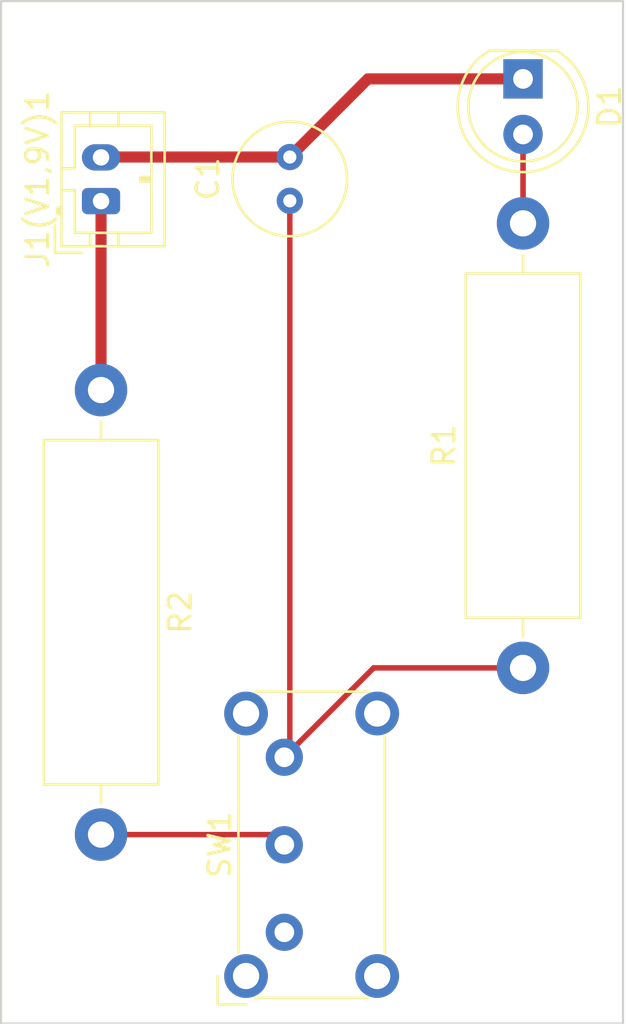
<source format=kicad_pcb>
(kicad_pcb (version 20211014) (generator pcbnew)
  (layers (0 "F.Cu" signal) (31 "B.Cu" signal) (34 "B.Paste" user) (35 "F.Paste" user) (36 "B.SilkS" user "B.Silkscreen") (37 "F.SilkS" user "F.Silkscreen") (38 "B.Mask" user) (39 "F.Mask" user) (44 "Edge.Cuts" user))
  (net 0 "")
  (net 1 "Net-(C1-Pad1)")
  (net 2 "Net-(C1-Pad2)")
  (net 3 "Net-(J1(V1,9V)1-Pad1)")
  (net 4 "Net-(R2-Pad2)")
  (net 6 "Net-(R1-Pad2)")
  (footprint "Resistor_THT:R_Axial_DIN0516_L15.5mm_D5.0mm_P20.32mm_Horizontal" (layer "F.Cu") (at 77.216 51.816 -90)
    (fp_text reference "R2" (at 10.16 -3.62 90) (layer "F.SilkS"))
    (fp_text value "2.2 kOhm")
    (fp_line (start 18.03 -2.62) (end 2.29 -2.62) (layer "F.SilkS") (width 0.12))
    (fp_line (start 1.44 0) (end 2.29 0) (layer "F.SilkS") (width 0.12))
    (fp_line (start 18.88 0) (end 18.03 0) (layer "F.SilkS") (width 0.12))
    (fp_line (start 18.03 2.62) (end 18.03 -2.62) (layer "F.SilkS") (width 0.12))
    (fp_line (start 2.29 2.62) (end 18.03 2.62) (layer "F.SilkS") (width 0.12))
    (fp_line (start 2.29 -2.62) (end 2.29 2.62) (layer "F.SilkS") (width 0.12))
    (pad "1" thru_hole circle (at 0 0 270) (size 2.4 2.4) (drill 1.2) (layers *.Cu *.Mask) (net 3 "Net-(J1(V1,9V)1-Pad1)"))
    (pad "2" thru_hole oval (at 20.32 0 270) (size 2.4 2.4) (drill 1.2) (layers *.Cu *.Mask) (net 4 "Net-(R2-Pad2)"))
  )
  (footprint "LED_THT:LED_D5.0mm" (layer "F.Cu") (at 96.52 37.592 -90)
    (fp_text reference "D1" (at 1.27 -3.96 90) (layer "F.SilkS"))
    (fp_text value "LED")
    (fp_line (start -1.29 -1.545) (end -1.29 1.545) (layer "F.SilkS") (width 0.12))
    (fp_arc (start 4.26 -0.000462) (mid 2.072002 2.880433) (end -1.29 1.54483) (layer "F.SilkS") (width 0.12))
    (fp_arc (start -1.29 -1.54483) (mid 2.072002 -2.880433) (end 4.26 0.000462) (layer "F.SilkS") (width 0.12))
    (fp_circle (center 1.27 0) (end 3.77 0) (layer "F.SilkS") (width 0.12) (fill none))
    (pad "1" thru_hole rect (at 0 0 270) (size 1.8 1.8) (drill 0.9) (layers *.Cu *.Mask) (net 2 "Net-(C1-Pad2)"))
    (pad "2" thru_hole circle (at 2.54 0 270) (size 1.8 1.8) (drill 0.9) (layers *.Cu *.Mask) (net 6 "Net-(R1-Pad2)"))
  )
  (footprint "Resistor_THT:R_Axial_DIN0516_L15.5mm_D5.0mm_P20.32mm_Horizontal" (layer "F.Cu") (at 96.52 64.516 90)
    (fp_text reference "R1" (at 10.16 -3.62 90) (layer "F.SilkS"))
    (fp_text value "20 kOhm")
    (fp_line (start 2.29 2.62) (end 18.03 2.62) (layer "F.SilkS") (width 0.12))
    (fp_line (start 2.29 -2.62) (end 2.29 2.62) (layer "F.SilkS") (width 0.12))
    (fp_line (start 1.44 0) (end 2.29 0) (layer "F.SilkS") (width 0.12))
    (fp_line (start 18.03 -2.62) (end 2.29 -2.62) (layer "F.SilkS") (width 0.12))
    (fp_line (start 18.88 0) (end 18.03 0) (layer "F.SilkS") (width 0.12))
    (fp_line (start 18.03 2.62) (end 18.03 -2.62) (layer "F.SilkS") (width 0.12))
    (pad "1" thru_hole circle (at 0 0 90) (size 2.4 2.4) (drill 1.2) (layers *.Cu *.Mask) (net 1 "Net-(C1-Pad1)"))
    (pad "2" thru_hole oval (at 20.32 0 90) (size 2.4 2.4) (drill 1.2) (layers *.Cu *.Mask) (net 6 "Net-(R1-Pad2)"))
  )
  (footprint "Capacitor_THT:C_Radial_D5.0mm_H5.0mm_P2.00mm" (layer "F.Cu") (at 85.852 43.164 90)
    (fp_text reference "C1" (at 1 -3.75 90) (layer "F.SilkS"))
    (fp_text value "4.7 uF")
    (fp_circle (center 1 0) (end 3.62 0) (layer "F.SilkS") (width 0.12) (fill none))
    (pad "1" thru_hole circle (at 0 0 90) (size 1.2 1.2) (drill 0.6) (layers *.Cu *.Mask) (net 1 "Net-(C1-Pad1)"))
    (pad "2" thru_hole circle (at 2 0 90) (size 1.2 1.2) (drill 0.6) (layers *.Cu *.Mask) (net 2 "Net-(C1-Pad2)"))
  )
  (footprint "Button_Switch_THT:SW_E-Switch_EG1224_SPDT_Angled" (layer "F.Cu") (at 85.5995 76.6015 90)
    (fp_text reference "SW1" (at 4 -2.95 90) (layer "F.SilkS"))
    (fp_text value "SW_SPDT")
    (fp_line (start -3 3.85) (end -3 -1.35) (layer "F.SilkS") (width 0.12))
    (fp_line (start -3.3 -3.05) (end -2 -3.05) (layer "F.SilkS") (width 0.12))
    (fp_line (start -3.3 -1.75) (end -3.3 -3.05) (layer "F.SilkS") (width 0.12))
    (fp_line (start 8.95 4.6) (end -0.95 4.6) (layer "F.SilkS") (width 0.12))
    (fp_line (start 11 -1.35) (end 11 3.85) (layer "F.SilkS") (width 0.12))
    (fp_line (start -0.95 -2.1) (end 8.95 -2.1) (layer "F.SilkS") (width 0.12))
    (pad "" thru_hole circle (at -2 4.25 90) (size 2 2) (drill 1.2) (layers *.Cu *.Mask))
    (pad "" thru_hole circle (at -2 -1.75 90) (size 2 2) (drill 1.2) (layers *.Cu *.Mask))
    (pad "" thru_hole circle (at 10 4.25 90) (size 2 2) (drill 1.2) (layers *.Cu *.Mask))
    (pad "" thru_hole circle (at 10 -1.75 90) (size 2 2) (drill 1.2) (layers *.Cu *.Mask))
    (pad "1" thru_hole circle (at 0 0 90) (size 1.7 1.7) (drill 0.9) (layers *.Cu *.Mask))
    (pad "2" thru_hole circle (at 4 0 90) (size 1.7 1.7) (drill 0.9) (layers *.Cu *.Mask) (net 4 "Net-(R2-Pad2)"))
    (pad "3" thru_hole circle (at 8 0 90) (size 1.7 1.7) (drill 0.9) (layers *.Cu *.Mask) (net 1 "Net-(C1-Pad1)"))
  )
  (footprint "Connector_JST:JST_PH_B2B-PH-K_1x02_P2.00mm_Vertical" (layer "F.Cu") (at 77.216 43.18 90)
    (fp_text reference "J1(V1,9V)1" (at 1 -2.9 90) (layer "F.SilkS"))
    (fp_text value "Conn_01x02_Male")
    (fp_line (start 0.9 1.8) (end 1.1 1.8) (layer "F.SilkS") (width 0.12))
    (fp_line (start -0.3 -1.81) (end -0.3 -2.01) (layer "F.SilkS") (width 0.12))
    (fp_line (start -1.45 2.3) (end 3.45 2.3) (layer "F.SilkS") (width 0.12))
    (fp_line (start 4.06 -0.5) (end 3.45 -0.5) (layer "F.SilkS") (width 0.12))
    (fp_line (start 0.9 2.3) (end 0.9 1.8) (layer "F.SilkS") (width 0.12))
    (fp_line (start -0.6 -2.01) (end -0.6 -1.81) (layer "F.SilkS") (width 0.12))
    (fp_line (start -2.36 -2.11) (end -2.36 -0.86) (layer "F.SilkS") (width 0.12))
    (fp_line (start 3.45 -1.2) (end 1.5 -1.2) (layer "F.SilkS") (width 0.12))
    (fp_line (start 4.06 0.8) (end 3.45 0.8) (layer "F.SilkS") (width 0.12))
    (fp_line (start 4.06 2.91) (end 4.06 -1.81) (layer "F.SilkS") (width 0.12))
    (fp_line (start -2.06 2.91) (end 4.06 2.91) (layer "F.SilkS") (width 0.12))
    (fp_line (start -1.45 -1.2) (end -1.45 2.3) (layer "F.SilkS") (width 0.12))
    (fp_line (start 1.5 -1.2) (end 1.5 -1.81) (layer "F.SilkS") (width 0.12))
    (fp_line (start 0.5 -1.81) (end 0.5 -1.2) (layer "F.SilkS") (width 0.12))
    (fp_line (start -0.3 -2.01) (end -0.6 -2.01) (layer "F.SilkS") (width 0.12))
    (fp_line (start 3.45 2.3) (end 3.45 -1.2) (layer "F.SilkS") (width 0.12))
    (fp_line (start -2.06 0.8) (end -1.45 0.8) (layer "F.SilkS") (width 0.12))
    (fp_line (start 1.1 1.8) (end 1.1 2.3) (layer "F.SilkS") (width 0.12))
    (fp_line (start -2.06 -1.81) (end -2.06 2.91) (layer "F.SilkS") (width 0.12))
    (fp_line (start 1 2.3) (end 1 1.8) (layer "F.SilkS") (width 0.12))
    (fp_line (start -0.3 -1.91) (end -0.6 -1.91) (layer "F.SilkS") (width 0.12))
    (fp_line (start 0.5 -1.2) (end -1.45 -1.2) (layer "F.SilkS") (width 0.12))
    (fp_line (start -2.06 -0.5) (end -1.45 -0.5) (layer "F.SilkS") (width 0.12))
    (fp_line (start -1.11 -2.11) (end -2.36 -2.11) (layer "F.SilkS") (width 0.12))
    (fp_line (start 4.06 -1.81) (end -2.06 -1.81) (layer "F.SilkS") (width 0.12))
    (pad "1" thru_hole roundrect (at 0 0 90) (size 1.2 1.75) (drill 0.75) (layers *.Cu *.Mask) (roundrect_rratio 0.208333) (net 3 "Net-(J1(V1,9V)1-Pad1)"))
    (pad "2" thru_hole oval (at 2 0 90) (size 1.2 1.75) (drill 0.75) (layers *.Cu *.Mask) (net 2 "Net-(C1-Pad2)"))
  )
  (gr_rect (start 101.092 34.036) (end 72.644 80.772) (layer "Edge.Cuts") (width 0.1) (fill none))
  (segment (start 96.52 64.516) (end 89.685 64.516) (width 0.254) (layer "F.Cu") (net 1))
  (segment (start 85.852 43.164) (end 85.852 68.349) (width 0.25) (layer "F.Cu") (net 1))
  (segment (start 85.852 68.349) (end 85.5995 68.6015) (width 0.25) (layer "F.Cu") (net 1))
  (segment (start 89.685 64.516) (end 85.5995 68.6015) (width 0.254) (layer "F.Cu") (net 1))
  (segment (start 96.52 37.592) (end 89.424 37.592) (width 0.508) (layer "F.Cu") (net 2))
  (segment (start 77.232 41.164) (end 77.216 41.18) (width 0.508) (layer "F.Cu") (net 2))
  (segment (start 85.852 41.164) (end 77.232 41.164) (width 0.508) (layer "F.Cu") (net 2))
  (segment (start 89.424 37.592) (end 85.852 41.164) (width 0.508) (layer "F.Cu") (net 2))
  (segment (start 77.216 43.18) (end 77.216 51.816) (width 0.508) (layer "F.Cu") (net 3))
  (segment (start 85.134 72.136) (end 85.5995 72.6015) (width 0.25) (layer "F.Cu") (net 4))
  (segment (start 77.216 72.136) (end 85.134 72.136) (width 0.25) (layer "F.Cu") (net 4))
  (segment (start 96.52 40.132) (end 96.52 44.196) (width 0.254) (layer "F.Cu") (net 6))
)
</source>
